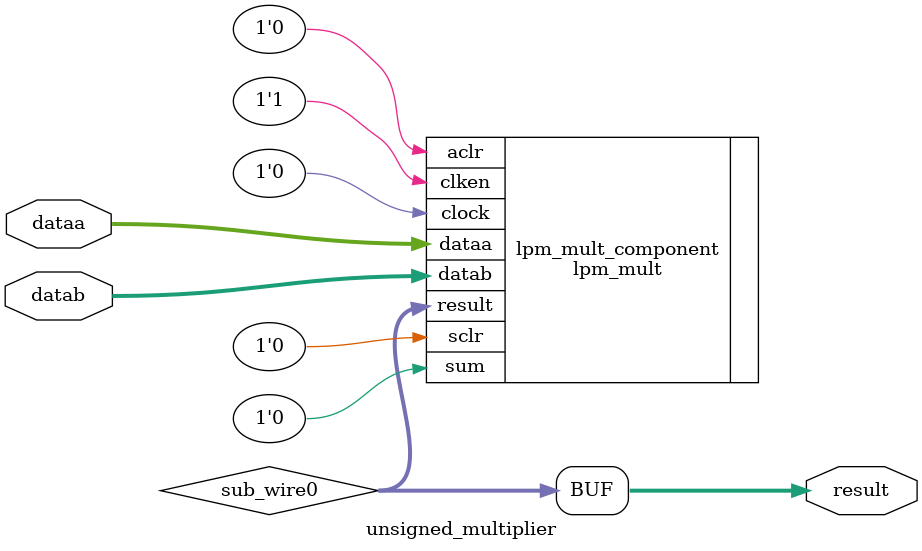
<source format=v>
/*
** unsigned_multiplier.v
**
**
** --> Codigo do modulo multiplicador que recebe valores nao-sinalizados.
** --> 
** -->      
*/

// synopsys translate_off
`timescale 1 ps / 1 ps

// synopsys translate_on
module unsigned_multiplier #( parameter DATA_WIDTH=32, parameter END_IDX=DATA_WIDTH-1, parameter END_IDX2=(2*DATA_WIDTH)-1 ) 
				    ( dataa, datab, result );
//-----------------------------------------------------------------------------------------
	input	[END_IDX:0]  dataa;
	input	[END_IDX:0]  datab;
	output[END_IDX2:0]  result;
//-----------------------------------------------------------------------------------------
	wire [END_IDX2:0] sub_wire0;
	wire [END_IDX2:0] result = sub_wire0[END_IDX2:0];

	lpm_mult	lpm_mult_component (
				.dataa( dataa ),
				.datab( datab ),
				.result( sub_wire0 ),
				.aclr( 1'b0 ),
				.clken( 1'b1 ),
				.clock( 1'b0 ),
				.sclr( 1'b0 ),
				.sum( 1'b0 ) );
	defparam
		lpm_mult_component.lpm_hint = "MAXIMIZE_SPEED=5",
		lpm_mult_component.lpm_representation = "UNSIGNED",
		lpm_mult_component.lpm_type = "LPM_MULT",
		lpm_mult_component.lpm_widtha = DATA_WIDTH,
		lpm_mult_component.lpm_widthb = DATA_WIDTH,
		lpm_mult_component.lpm_widthp = (DATA_WIDTH*2);
endmodule


</source>
